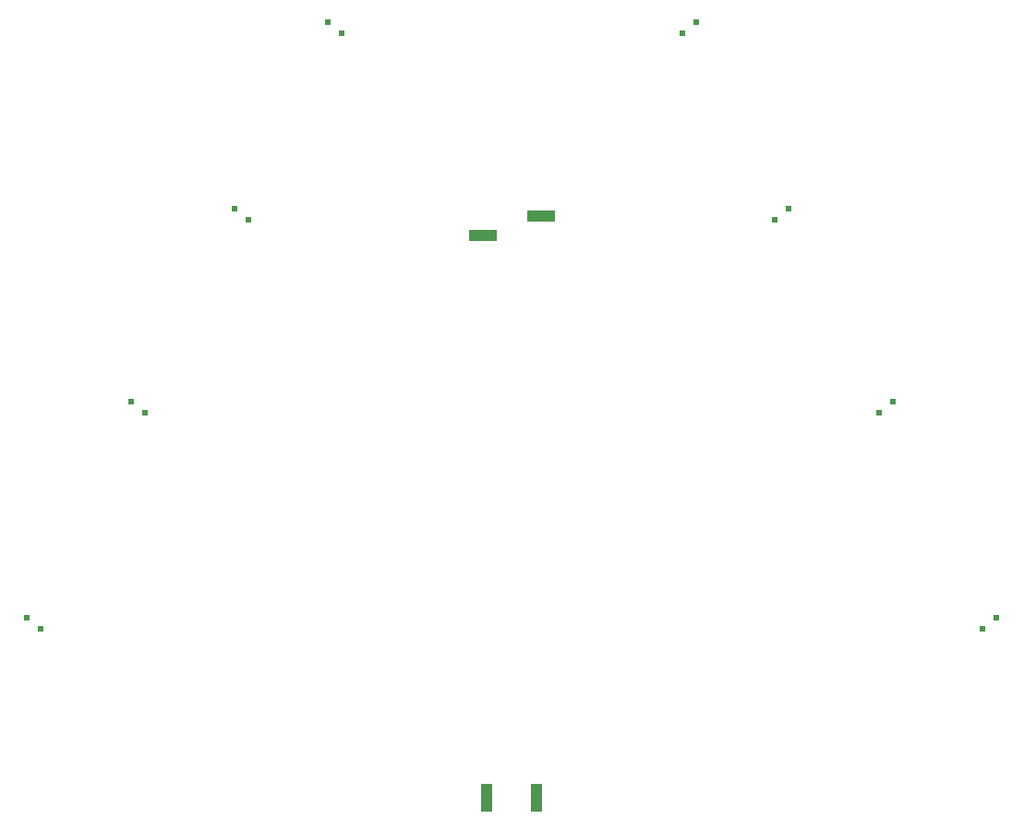
<source format=gbr>
%TF.GenerationSoftware,Altium Limited,Altium Designer,21.2.1 (34)*%
G04 Layer_Color=8421504*
%FSLAX25Y25*%
%MOIN*%
%TF.SameCoordinates,D824F303-33D3-4EC3-9BEE-61EECA8924FC*%
%TF.FilePolarity,Positive*%
%TF.FileFunction,Paste,Top*%
%TF.Part,Single*%
G01*
G75*
%TA.AperFunction,SMDPad,CuDef*%
%ADD10R,0.03937X0.09843*%
%ADD11R,0.09843X0.03937*%
%ADD12R,0.01968X0.01968*%
D10*
X192000Y31000D02*
D03*
X174000D02*
D03*
D11*
X193500Y241000D02*
D03*
X172500Y234000D02*
D03*
D12*
X283000Y243500D02*
D03*
X278000Y239500D02*
D03*
X358000Y96000D02*
D03*
X353000Y92000D02*
D03*
X88000Y239500D02*
D03*
X83000Y243500D02*
D03*
X121500Y307000D02*
D03*
X116500Y311000D02*
D03*
X13000Y92000D02*
D03*
X8000Y96000D02*
D03*
X320500Y174000D02*
D03*
X315500Y170000D02*
D03*
X50500D02*
D03*
X45500Y174000D02*
D03*
X249500Y311000D02*
D03*
X244500Y307000D02*
D03*
%TF.MD5,ffb1cd37f40085319aa41b5c936eabf7*%
M02*

</source>
